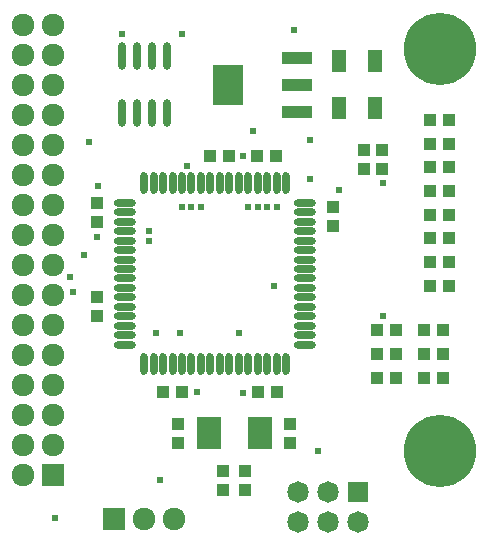
<source format=gts>
G04 Layer_Color=8388736*
%FSLAX25Y25*%
%MOIN*%
G70*
G01*
G75*
%ADD34R,0.04016X0.04409*%
%ADD35O,0.02638X0.07362*%
%ADD36O,0.07362X0.02638*%
%ADD37R,0.07953X0.10709*%
%ADD38R,0.09921X0.13465*%
%ADD39R,0.09921X0.04213*%
%ADD40O,0.02835X0.09134*%
%ADD41R,0.04409X0.04016*%
%ADD42R,0.05000X0.07559*%
%ADD43C,0.07559*%
%ADD44R,0.07559X0.07559*%
%ADD45R,0.07559X0.07559*%
%ADD46C,0.07165*%
%ADD47R,0.07165X0.07165*%
%ADD48C,0.24094*%
%ADD49C,0.02441*%
D34*
X152756Y149606D02*
D03*
X146457D02*
D03*
X152756Y141732D02*
D03*
X146457D02*
D03*
X152756Y133858D02*
D03*
X146457D02*
D03*
X152756Y125984D02*
D03*
X146457D02*
D03*
X152756Y118110D02*
D03*
X146457D02*
D03*
X152756Y110236D02*
D03*
X146457D02*
D03*
X152756Y102362D02*
D03*
X146457D02*
D03*
X152756Y94488D02*
D03*
X146457D02*
D03*
X135039Y79528D02*
D03*
X128740D02*
D03*
X135039Y71653D02*
D03*
X128740D02*
D03*
X135039Y63779D02*
D03*
X128740D02*
D03*
X144488Y79528D02*
D03*
X150787D02*
D03*
X144488Y71653D02*
D03*
X150787D02*
D03*
X144488Y63779D02*
D03*
X150787D02*
D03*
X95276Y59055D02*
D03*
X88976D02*
D03*
X57480D02*
D03*
X63779D02*
D03*
X79527Y137795D02*
D03*
X73228D02*
D03*
X88878D02*
D03*
X95177D02*
D03*
D35*
X98425Y68307D02*
D03*
X95276D02*
D03*
X92126D02*
D03*
X88976D02*
D03*
X85827D02*
D03*
X82677D02*
D03*
X79528D02*
D03*
X76378D02*
D03*
X73228D02*
D03*
X70079D02*
D03*
X66929D02*
D03*
X63779D02*
D03*
X60630D02*
D03*
X57480D02*
D03*
X54331D02*
D03*
X51181D02*
D03*
Y128543D02*
D03*
X54331D02*
D03*
X57480D02*
D03*
X60630D02*
D03*
X63779D02*
D03*
X66929D02*
D03*
X70079D02*
D03*
X73228D02*
D03*
X76378D02*
D03*
X79528D02*
D03*
X82677D02*
D03*
X85827D02*
D03*
X88976D02*
D03*
X92126D02*
D03*
X95276D02*
D03*
X98425D02*
D03*
D36*
X44685Y74803D02*
D03*
Y77953D02*
D03*
Y81102D02*
D03*
Y84252D02*
D03*
Y87402D02*
D03*
Y90551D02*
D03*
Y93701D02*
D03*
Y96850D02*
D03*
Y100000D02*
D03*
Y103150D02*
D03*
Y106299D02*
D03*
Y109449D02*
D03*
Y112598D02*
D03*
Y115748D02*
D03*
Y118898D02*
D03*
Y122047D02*
D03*
X104921D02*
D03*
Y118898D02*
D03*
Y115748D02*
D03*
Y112598D02*
D03*
Y109449D02*
D03*
Y106299D02*
D03*
Y103150D02*
D03*
Y100000D02*
D03*
Y96850D02*
D03*
Y93701D02*
D03*
Y90551D02*
D03*
Y87402D02*
D03*
Y84252D02*
D03*
Y81102D02*
D03*
Y77953D02*
D03*
Y74803D02*
D03*
D37*
X89602Y45276D02*
D03*
X72673D02*
D03*
D38*
X79134Y161417D02*
D03*
D39*
X101969Y170472D02*
D03*
Y161417D02*
D03*
Y152362D02*
D03*
D40*
X43681Y151969D02*
D03*
X48681D02*
D03*
X53681D02*
D03*
X58681D02*
D03*
X43681Y170866D02*
D03*
X48681D02*
D03*
X53681D02*
D03*
X58681D02*
D03*
D41*
X77559Y26378D02*
D03*
Y32677D02*
D03*
X35433Y90551D02*
D03*
Y84252D02*
D03*
Y122047D02*
D03*
Y115748D02*
D03*
X114173Y114469D02*
D03*
Y120768D02*
D03*
X62598Y42126D02*
D03*
Y48425D02*
D03*
X99606Y42126D02*
D03*
Y48425D02*
D03*
X84646Y26378D02*
D03*
Y32677D02*
D03*
X124409Y133366D02*
D03*
Y139665D02*
D03*
X130512Y139665D02*
D03*
Y133366D02*
D03*
D42*
X127953Y153543D02*
D03*
X116142D02*
D03*
X127953Y169291D02*
D03*
X116142D02*
D03*
D43*
X10748Y181299D02*
D03*
Y171299D02*
D03*
Y161299D02*
D03*
Y151299D02*
D03*
Y141299D02*
D03*
Y131299D02*
D03*
Y121299D02*
D03*
Y111299D02*
D03*
Y101299D02*
D03*
Y91299D02*
D03*
Y81299D02*
D03*
Y71299D02*
D03*
Y61299D02*
D03*
Y51299D02*
D03*
Y41299D02*
D03*
Y31299D02*
D03*
X20748Y41299D02*
D03*
Y51299D02*
D03*
Y61299D02*
D03*
Y71299D02*
D03*
Y81299D02*
D03*
Y91299D02*
D03*
Y101299D02*
D03*
Y111299D02*
D03*
Y121299D02*
D03*
Y131299D02*
D03*
Y141299D02*
D03*
Y151299D02*
D03*
Y161299D02*
D03*
Y171299D02*
D03*
Y181299D02*
D03*
X61181Y16535D02*
D03*
X51181D02*
D03*
D44*
X20748Y31299D02*
D03*
D45*
X41181Y16535D02*
D03*
D46*
X102441Y15590D02*
D03*
Y25591D02*
D03*
X112441Y15590D02*
D03*
Y25591D02*
D03*
X122441Y15590D02*
D03*
D47*
Y25591D02*
D03*
D48*
X149606Y39370D02*
D03*
Y173228D02*
D03*
D49*
X130610Y84252D02*
D03*
Y128543D02*
D03*
X56496Y29626D02*
D03*
X31102Y104626D02*
D03*
X26575Y97441D02*
D03*
X27362Y92421D02*
D03*
X32677Y142421D02*
D03*
X21457Y17028D02*
D03*
X35433Y110728D02*
D03*
X70079Y120571D02*
D03*
X66929Y120571D02*
D03*
X63779D02*
D03*
X92126D02*
D03*
X95276D02*
D03*
X94488Y94488D02*
D03*
X88976Y120571D02*
D03*
X85827D02*
D03*
X52658Y109449D02*
D03*
Y112598D02*
D03*
X35728Y127657D02*
D03*
X106299Y129921D02*
D03*
X62992Y78740D02*
D03*
X101181Y179528D02*
D03*
X87402Y146063D02*
D03*
X55118Y78740D02*
D03*
X116142Y126378D02*
D03*
X84252Y58661D02*
D03*
X68898Y59055D02*
D03*
X109252Y39370D02*
D03*
X82677Y78740D02*
D03*
X106398Y143110D02*
D03*
X84153Y137795D02*
D03*
X65354Y134350D02*
D03*
X43681Y178465D02*
D03*
X63858D02*
D03*
M02*

</source>
